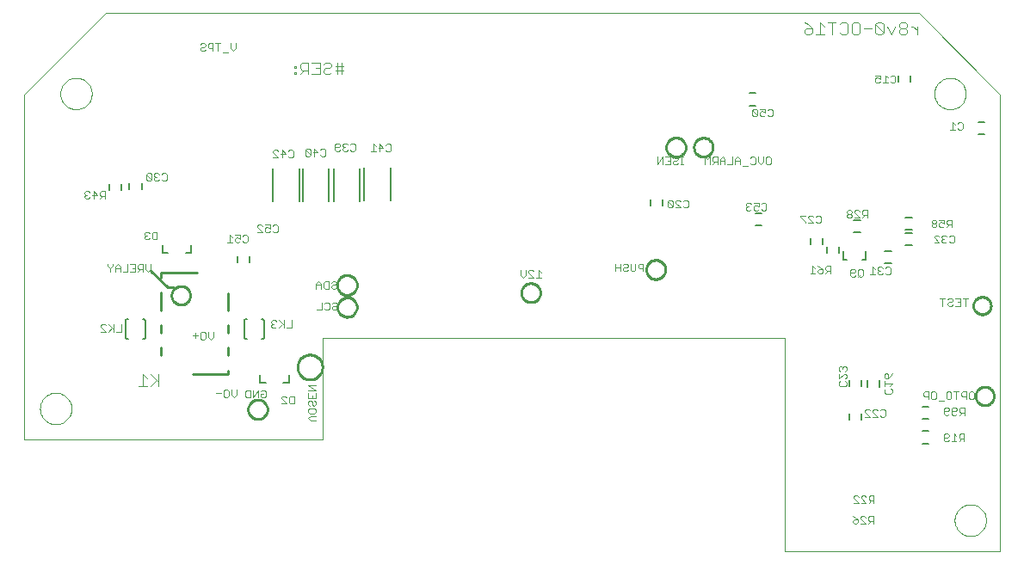
<source format=gbo>
G75*
G70*
%OFA0B0*%
%FSLAX24Y24*%
%IPPOS*%
%LPD*%
%AMOC8*
5,1,8,0,0,1.08239X$1,22.5*
%
%ADD10C,0.0000*%
%ADD11C,0.0040*%
%ADD12C,0.0030*%
%ADD13C,0.0100*%
%ADD14C,0.0060*%
%ADD15C,0.0080*%
D10*
X000180Y005173D02*
X011735Y005173D01*
X011735Y009110D01*
X029633Y009110D01*
X029633Y000843D01*
X037975Y000843D01*
X037975Y018559D01*
X034827Y021708D01*
X003329Y021708D01*
X000180Y018559D01*
X000180Y005173D01*
X000783Y006386D02*
X000785Y006435D01*
X000791Y006484D01*
X000801Y006532D01*
X000814Y006579D01*
X000832Y006625D01*
X000853Y006669D01*
X000877Y006712D01*
X000905Y006752D01*
X000936Y006791D01*
X000970Y006826D01*
X001007Y006859D01*
X001046Y006888D01*
X001088Y006914D01*
X001131Y006937D01*
X001177Y006956D01*
X001223Y006972D01*
X001271Y006984D01*
X001319Y006992D01*
X001368Y006996D01*
X001418Y006996D01*
X001467Y006992D01*
X001515Y006984D01*
X001563Y006972D01*
X001609Y006956D01*
X001655Y006937D01*
X001698Y006914D01*
X001740Y006888D01*
X001779Y006859D01*
X001816Y006826D01*
X001850Y006791D01*
X001881Y006752D01*
X001909Y006712D01*
X001933Y006669D01*
X001954Y006625D01*
X001972Y006579D01*
X001985Y006532D01*
X001995Y006484D01*
X002001Y006435D01*
X002003Y006386D01*
X002001Y006337D01*
X001995Y006288D01*
X001985Y006240D01*
X001972Y006193D01*
X001954Y006147D01*
X001933Y006103D01*
X001909Y006060D01*
X001881Y006020D01*
X001850Y005981D01*
X001816Y005946D01*
X001779Y005913D01*
X001740Y005884D01*
X001698Y005858D01*
X001655Y005835D01*
X001609Y005816D01*
X001563Y005800D01*
X001515Y005788D01*
X001467Y005780D01*
X001418Y005776D01*
X001368Y005776D01*
X001319Y005780D01*
X001271Y005788D01*
X001223Y005800D01*
X001177Y005816D01*
X001131Y005835D01*
X001088Y005858D01*
X001046Y005884D01*
X001007Y005913D01*
X000970Y005946D01*
X000936Y005981D01*
X000905Y006020D01*
X000877Y006060D01*
X000853Y006103D01*
X000832Y006147D01*
X000814Y006193D01*
X000801Y006240D01*
X000791Y006288D01*
X000785Y006337D01*
X000783Y006386D01*
X001570Y018591D02*
X001572Y018640D01*
X001578Y018689D01*
X001588Y018737D01*
X001601Y018784D01*
X001619Y018830D01*
X001640Y018874D01*
X001664Y018917D01*
X001692Y018957D01*
X001723Y018996D01*
X001757Y019031D01*
X001794Y019064D01*
X001833Y019093D01*
X001875Y019119D01*
X001918Y019142D01*
X001964Y019161D01*
X002010Y019177D01*
X002058Y019189D01*
X002106Y019197D01*
X002155Y019201D01*
X002205Y019201D01*
X002254Y019197D01*
X002302Y019189D01*
X002350Y019177D01*
X002396Y019161D01*
X002442Y019142D01*
X002485Y019119D01*
X002527Y019093D01*
X002566Y019064D01*
X002603Y019031D01*
X002637Y018996D01*
X002668Y018957D01*
X002696Y018917D01*
X002720Y018874D01*
X002741Y018830D01*
X002759Y018784D01*
X002772Y018737D01*
X002782Y018689D01*
X002788Y018640D01*
X002790Y018591D01*
X002788Y018542D01*
X002782Y018493D01*
X002772Y018445D01*
X002759Y018398D01*
X002741Y018352D01*
X002720Y018308D01*
X002696Y018265D01*
X002668Y018225D01*
X002637Y018186D01*
X002603Y018151D01*
X002566Y018118D01*
X002527Y018089D01*
X002485Y018063D01*
X002442Y018040D01*
X002396Y018021D01*
X002350Y018005D01*
X002302Y017993D01*
X002254Y017985D01*
X002205Y017981D01*
X002155Y017981D01*
X002106Y017985D01*
X002058Y017993D01*
X002010Y018005D01*
X001964Y018021D01*
X001918Y018040D01*
X001875Y018063D01*
X001833Y018089D01*
X001794Y018118D01*
X001757Y018151D01*
X001723Y018186D01*
X001692Y018225D01*
X001664Y018265D01*
X001640Y018308D01*
X001619Y018352D01*
X001601Y018398D01*
X001588Y018445D01*
X001578Y018493D01*
X001572Y018542D01*
X001570Y018591D01*
X035428Y018591D02*
X035430Y018640D01*
X035436Y018689D01*
X035446Y018737D01*
X035459Y018784D01*
X035477Y018830D01*
X035498Y018874D01*
X035522Y018917D01*
X035550Y018957D01*
X035581Y018996D01*
X035615Y019031D01*
X035652Y019064D01*
X035691Y019093D01*
X035733Y019119D01*
X035776Y019142D01*
X035822Y019161D01*
X035868Y019177D01*
X035916Y019189D01*
X035964Y019197D01*
X036013Y019201D01*
X036063Y019201D01*
X036112Y019197D01*
X036160Y019189D01*
X036208Y019177D01*
X036254Y019161D01*
X036300Y019142D01*
X036343Y019119D01*
X036385Y019093D01*
X036424Y019064D01*
X036461Y019031D01*
X036495Y018996D01*
X036526Y018957D01*
X036554Y018917D01*
X036578Y018874D01*
X036599Y018830D01*
X036617Y018784D01*
X036630Y018737D01*
X036640Y018689D01*
X036646Y018640D01*
X036648Y018591D01*
X036646Y018542D01*
X036640Y018493D01*
X036630Y018445D01*
X036617Y018398D01*
X036599Y018352D01*
X036578Y018308D01*
X036554Y018265D01*
X036526Y018225D01*
X036495Y018186D01*
X036461Y018151D01*
X036424Y018118D01*
X036385Y018089D01*
X036343Y018063D01*
X036300Y018040D01*
X036254Y018021D01*
X036208Y018005D01*
X036160Y017993D01*
X036112Y017985D01*
X036063Y017981D01*
X036013Y017981D01*
X035964Y017985D01*
X035916Y017993D01*
X035868Y018005D01*
X035822Y018021D01*
X035776Y018040D01*
X035733Y018063D01*
X035691Y018089D01*
X035652Y018118D01*
X035615Y018151D01*
X035581Y018186D01*
X035550Y018225D01*
X035522Y018265D01*
X035498Y018308D01*
X035477Y018352D01*
X035459Y018398D01*
X035446Y018445D01*
X035436Y018493D01*
X035430Y018542D01*
X035428Y018591D01*
X036216Y002055D02*
X036218Y002104D01*
X036224Y002153D01*
X036234Y002201D01*
X036247Y002248D01*
X036265Y002294D01*
X036286Y002338D01*
X036310Y002381D01*
X036338Y002421D01*
X036369Y002460D01*
X036403Y002495D01*
X036440Y002528D01*
X036479Y002557D01*
X036521Y002583D01*
X036564Y002606D01*
X036610Y002625D01*
X036656Y002641D01*
X036704Y002653D01*
X036752Y002661D01*
X036801Y002665D01*
X036851Y002665D01*
X036900Y002661D01*
X036948Y002653D01*
X036996Y002641D01*
X037042Y002625D01*
X037088Y002606D01*
X037131Y002583D01*
X037173Y002557D01*
X037212Y002528D01*
X037249Y002495D01*
X037283Y002460D01*
X037314Y002421D01*
X037342Y002381D01*
X037366Y002338D01*
X037387Y002294D01*
X037405Y002248D01*
X037418Y002201D01*
X037428Y002153D01*
X037434Y002104D01*
X037436Y002055D01*
X037434Y002006D01*
X037428Y001957D01*
X037418Y001909D01*
X037405Y001862D01*
X037387Y001816D01*
X037366Y001772D01*
X037342Y001729D01*
X037314Y001689D01*
X037283Y001650D01*
X037249Y001615D01*
X037212Y001582D01*
X037173Y001553D01*
X037131Y001527D01*
X037088Y001504D01*
X037042Y001485D01*
X036996Y001469D01*
X036948Y001457D01*
X036900Y001449D01*
X036851Y001445D01*
X036801Y001445D01*
X036752Y001449D01*
X036704Y001457D01*
X036656Y001469D01*
X036610Y001485D01*
X036564Y001504D01*
X036521Y001527D01*
X036479Y001553D01*
X036440Y001582D01*
X036403Y001615D01*
X036369Y001650D01*
X036338Y001689D01*
X036310Y001729D01*
X036286Y001772D01*
X036265Y001816D01*
X036247Y001862D01*
X036234Y001909D01*
X036224Y001957D01*
X036218Y002006D01*
X036216Y002055D01*
D11*
X012463Y019343D02*
X012463Y019804D01*
X012310Y019804D02*
X012310Y019343D01*
X012233Y019497D02*
X012540Y019497D01*
X012540Y019650D02*
X012310Y019650D01*
X012233Y019650D01*
X012080Y019650D02*
X012080Y019727D01*
X012003Y019804D01*
X011849Y019804D01*
X011773Y019727D01*
X011849Y019574D02*
X011773Y019497D01*
X011773Y019420D01*
X011849Y019343D01*
X012003Y019343D01*
X012080Y019420D01*
X012003Y019574D02*
X011849Y019574D01*
X012003Y019574D02*
X012080Y019650D01*
X011619Y019574D02*
X011466Y019574D01*
X011312Y019804D02*
X011619Y019804D01*
X011619Y019343D01*
X011312Y019343D01*
X011159Y019343D02*
X011159Y019804D01*
X010929Y019804D01*
X010852Y019727D01*
X010852Y019574D01*
X010929Y019497D01*
X011159Y019497D01*
X011005Y019497D02*
X010852Y019343D01*
X010698Y019343D02*
X010698Y019420D01*
X010622Y019420D01*
X010622Y019343D01*
X010698Y019343D01*
X010698Y019574D02*
X010622Y019574D01*
X010622Y019650D01*
X010698Y019650D01*
X010698Y019574D01*
X030386Y020970D02*
X030386Y021047D01*
X030463Y021124D01*
X030693Y021124D01*
X030693Y020970D01*
X030616Y020893D01*
X030463Y020893D01*
X030386Y020970D01*
X030540Y021277D02*
X030693Y021124D01*
X030540Y021277D02*
X030386Y021354D01*
X031000Y021354D02*
X031000Y020893D01*
X030847Y020893D02*
X031154Y020893D01*
X031461Y020893D02*
X031461Y021354D01*
X031614Y021354D02*
X031307Y021354D01*
X031154Y021200D02*
X031000Y021354D01*
X031767Y021277D02*
X031844Y021354D01*
X031998Y021354D01*
X032074Y021277D01*
X032074Y020970D01*
X031998Y020893D01*
X031844Y020893D01*
X031767Y020970D01*
X032228Y020970D02*
X032228Y021277D01*
X032305Y021354D01*
X032458Y021354D01*
X032535Y021277D01*
X032535Y020970D01*
X032458Y020893D01*
X032305Y020893D01*
X032228Y020970D01*
X032688Y021124D02*
X032995Y021124D01*
X033149Y021277D02*
X033149Y020970D01*
X033225Y020893D01*
X033379Y020893D01*
X033456Y020970D01*
X033149Y021277D01*
X033225Y021354D01*
X033379Y021354D01*
X033456Y021277D01*
X033456Y020970D01*
X033609Y021200D02*
X033762Y020893D01*
X033916Y021200D01*
X034069Y021200D02*
X034069Y021277D01*
X034146Y021354D01*
X034300Y021354D01*
X034376Y021277D01*
X034376Y021200D01*
X034300Y021124D01*
X034146Y021124D01*
X034069Y021047D01*
X034069Y020970D01*
X034146Y020893D01*
X034300Y020893D01*
X034376Y020970D01*
X034376Y021047D01*
X034300Y021124D01*
X034146Y021124D02*
X034069Y021200D01*
X034530Y021200D02*
X034607Y021200D01*
X034760Y021047D01*
X034760Y021200D02*
X034760Y020893D01*
X005381Y007724D02*
X005381Y007263D01*
X005381Y007417D02*
X005074Y007724D01*
X004920Y007570D02*
X004767Y007724D01*
X004767Y007263D01*
X004920Y007263D02*
X004613Y007263D01*
X005074Y007263D02*
X005304Y007494D01*
D12*
X007602Y006974D02*
X007796Y006974D01*
X007897Y007070D02*
X007897Y006877D01*
X007945Y006828D01*
X008042Y006828D01*
X008090Y006877D01*
X008090Y007070D01*
X008042Y007119D01*
X007945Y007119D01*
X007897Y007070D01*
X008192Y007119D02*
X008192Y006925D01*
X008288Y006828D01*
X008385Y006925D01*
X008385Y007119D01*
X008742Y007050D02*
X008742Y006857D01*
X008791Y006808D01*
X008936Y006808D01*
X008936Y007099D01*
X008791Y007099D01*
X008742Y007050D01*
X009037Y007099D02*
X009037Y006808D01*
X009230Y007099D01*
X009230Y006808D01*
X009332Y006857D02*
X009332Y006954D01*
X009428Y006954D01*
X009332Y007050D02*
X009380Y007099D01*
X009477Y007099D01*
X009525Y007050D01*
X009525Y006857D01*
X009477Y006808D01*
X009380Y006808D01*
X009332Y006857D01*
X010131Y006821D02*
X010131Y006772D01*
X010325Y006579D01*
X010131Y006579D01*
X010131Y006821D02*
X010179Y006869D01*
X010276Y006869D01*
X010325Y006821D01*
X010426Y006821D02*
X010474Y006869D01*
X010619Y006869D01*
X010619Y006579D01*
X010474Y006579D01*
X010426Y006627D01*
X010426Y006821D01*
X011175Y006792D02*
X011175Y006986D01*
X011175Y007087D02*
X011465Y007087D01*
X011175Y007281D01*
X011465Y007281D01*
X011465Y006986D02*
X011465Y006792D01*
X011175Y006792D01*
X011223Y006691D02*
X011175Y006643D01*
X011175Y006546D01*
X011223Y006498D01*
X011223Y006397D02*
X011417Y006397D01*
X011465Y006348D01*
X011465Y006251D01*
X011417Y006203D01*
X011223Y006203D01*
X011175Y006251D01*
X011175Y006348D01*
X011223Y006397D01*
X011368Y006498D02*
X011320Y006546D01*
X011320Y006643D01*
X011272Y006691D01*
X011223Y006691D01*
X011320Y006792D02*
X011320Y006889D01*
X011417Y006691D02*
X011465Y006643D01*
X011465Y006546D01*
X011417Y006498D01*
X011368Y006498D01*
X011272Y006102D02*
X011465Y006102D01*
X011272Y006102D02*
X011175Y006005D01*
X011272Y005908D01*
X011465Y005908D01*
X007485Y009165D02*
X007388Y009068D01*
X007292Y009165D01*
X007292Y009359D01*
X007190Y009310D02*
X007190Y009117D01*
X007142Y009068D01*
X007045Y009068D01*
X006997Y009117D01*
X006997Y009310D01*
X007045Y009359D01*
X007142Y009359D01*
X007190Y009310D01*
X007485Y009359D02*
X007485Y009165D01*
X006896Y009214D02*
X006702Y009214D01*
X006799Y009310D02*
X006799Y009117D01*
X003924Y009368D02*
X003730Y009368D01*
X003629Y009368D02*
X003629Y009659D01*
X003581Y009514D02*
X003436Y009368D01*
X003335Y009368D02*
X003141Y009562D01*
X003141Y009610D01*
X003190Y009659D01*
X003286Y009659D01*
X003335Y009610D01*
X003436Y009659D02*
X003629Y009465D01*
X003335Y009368D02*
X003141Y009368D01*
X003924Y009368D02*
X003924Y009659D01*
X003886Y011688D02*
X003886Y011882D01*
X003790Y011979D01*
X003693Y011882D01*
X003693Y011688D01*
X003693Y011834D02*
X003886Y011834D01*
X003988Y011688D02*
X004181Y011688D01*
X004181Y011979D01*
X004282Y011979D02*
X004476Y011979D01*
X004476Y011688D01*
X004282Y011688D01*
X004379Y011834D02*
X004476Y011834D01*
X004577Y011834D02*
X004625Y011785D01*
X004770Y011785D01*
X004674Y011785D02*
X004577Y011688D01*
X004577Y011834D02*
X004577Y011930D01*
X004625Y011979D01*
X004770Y011979D01*
X004770Y011688D01*
X004872Y011785D02*
X004872Y011979D01*
X005065Y011979D02*
X005065Y011785D01*
X004968Y011688D01*
X004872Y011785D01*
X003592Y011930D02*
X003495Y011834D01*
X003495Y011688D01*
X003495Y011834D02*
X003398Y011930D01*
X003398Y011979D01*
X003592Y011979D02*
X003592Y011930D01*
X004827Y012987D02*
X004875Y012938D01*
X004972Y012938D01*
X005020Y012987D01*
X005122Y012987D02*
X005122Y013180D01*
X005170Y013229D01*
X005315Y013229D01*
X005315Y012938D01*
X005170Y012938D01*
X005122Y012987D01*
X005020Y013180D02*
X004972Y013229D01*
X004875Y013229D01*
X004827Y013180D01*
X004827Y013132D01*
X004875Y013084D01*
X004827Y013035D01*
X004827Y012987D01*
X004875Y013084D02*
X004924Y013084D01*
X003300Y014523D02*
X003300Y014814D01*
X003155Y014814D01*
X003107Y014765D01*
X003107Y014669D01*
X003155Y014620D01*
X003300Y014620D01*
X003203Y014620D02*
X003107Y014523D01*
X003005Y014669D02*
X002860Y014814D01*
X002860Y014523D01*
X002812Y014669D02*
X003005Y014669D01*
X002711Y014765D02*
X002662Y014814D01*
X002566Y014814D01*
X002517Y014765D01*
X002517Y014717D01*
X002566Y014669D01*
X002517Y014620D01*
X002517Y014572D01*
X002566Y014523D01*
X002662Y014523D01*
X002711Y014572D01*
X002614Y014669D02*
X002566Y014669D01*
X004907Y015267D02*
X004956Y015218D01*
X005052Y015218D01*
X005101Y015267D01*
X004907Y015460D01*
X004907Y015267D01*
X004907Y015460D02*
X004956Y015509D01*
X005052Y015509D01*
X005101Y015460D01*
X005101Y015267D01*
X005202Y015267D02*
X005250Y015218D01*
X005347Y015218D01*
X005395Y015267D01*
X005497Y015267D02*
X005545Y015218D01*
X005642Y015218D01*
X005690Y015267D01*
X005690Y015460D01*
X005642Y015509D01*
X005545Y015509D01*
X005497Y015460D01*
X005395Y015460D02*
X005347Y015509D01*
X005250Y015509D01*
X005202Y015460D01*
X005202Y015412D01*
X005250Y015364D01*
X005202Y015315D01*
X005202Y015267D01*
X005250Y015364D02*
X005299Y015364D01*
X008139Y013114D02*
X008139Y012823D01*
X008236Y012823D02*
X008042Y012823D01*
X008236Y013017D02*
X008139Y013114D01*
X008337Y013114D02*
X008530Y013114D01*
X008530Y012969D01*
X008434Y013017D01*
X008385Y013017D01*
X008337Y012969D01*
X008337Y012872D01*
X008385Y012823D01*
X008482Y012823D01*
X008530Y012872D01*
X008632Y012872D02*
X008680Y012823D01*
X008777Y012823D01*
X008825Y012872D01*
X008825Y013065D01*
X008777Y013114D01*
X008680Y013114D01*
X008632Y013065D01*
X009202Y013218D02*
X009396Y013218D01*
X009202Y013412D01*
X009202Y013460D01*
X009251Y013509D01*
X009347Y013509D01*
X009396Y013460D01*
X009497Y013509D02*
X009690Y013509D01*
X009690Y013364D01*
X009594Y013412D01*
X009545Y013412D01*
X009497Y013364D01*
X009497Y013267D01*
X009545Y013218D01*
X009642Y013218D01*
X009690Y013267D01*
X009792Y013267D02*
X009840Y013218D01*
X009937Y013218D01*
X009985Y013267D01*
X009985Y013460D01*
X009937Y013509D01*
X009840Y013509D01*
X009792Y013460D01*
X011579Y011319D02*
X011482Y011222D01*
X011482Y011028D01*
X011482Y011174D02*
X011676Y011174D01*
X011676Y011222D02*
X011579Y011319D01*
X011676Y011222D02*
X011676Y011028D01*
X011777Y011077D02*
X011777Y011270D01*
X011825Y011319D01*
X011970Y011319D01*
X011970Y011028D01*
X011825Y011028D01*
X011777Y011077D01*
X012072Y011077D02*
X012120Y011028D01*
X012217Y011028D01*
X012265Y011077D01*
X012217Y011174D02*
X012120Y011174D01*
X012072Y011125D01*
X012072Y011077D01*
X012217Y011174D02*
X012265Y011222D01*
X012265Y011270D01*
X012217Y011319D01*
X012120Y011319D01*
X012072Y011270D01*
X012140Y010499D02*
X012237Y010499D01*
X012285Y010450D01*
X012285Y010402D01*
X012237Y010354D01*
X012140Y010354D01*
X012092Y010305D01*
X012092Y010257D01*
X012140Y010208D01*
X012237Y010208D01*
X012285Y010257D01*
X012092Y010450D02*
X012140Y010499D01*
X011990Y010450D02*
X011990Y010257D01*
X011942Y010208D01*
X011845Y010208D01*
X011797Y010257D01*
X011696Y010208D02*
X011502Y010208D01*
X011696Y010208D02*
X011696Y010499D01*
X011797Y010450D02*
X011845Y010499D01*
X011942Y010499D01*
X011990Y010450D01*
X010524Y009809D02*
X010524Y009518D01*
X010330Y009518D01*
X010229Y009518D02*
X010229Y009809D01*
X010181Y009664D02*
X010036Y009518D01*
X009935Y009567D02*
X009886Y009518D01*
X009790Y009518D01*
X009741Y009567D01*
X009741Y009615D01*
X009790Y009664D01*
X009838Y009664D01*
X009790Y009664D02*
X009741Y009712D01*
X009741Y009760D01*
X009790Y009809D01*
X009886Y009809D01*
X009935Y009760D01*
X010036Y009809D02*
X010229Y009615D01*
X019402Y011565D02*
X019402Y011759D01*
X019596Y011759D02*
X019596Y011565D01*
X019499Y011468D01*
X019402Y011565D01*
X019697Y011468D02*
X019890Y011468D01*
X019697Y011662D01*
X019697Y011710D01*
X019745Y011759D01*
X019842Y011759D01*
X019890Y011710D01*
X020088Y011759D02*
X020088Y011468D01*
X019992Y011468D02*
X020185Y011468D01*
X020185Y011662D02*
X020088Y011759D01*
X023068Y011708D02*
X023068Y011999D01*
X023068Y011854D02*
X023261Y011854D01*
X023362Y011805D02*
X023362Y011757D01*
X023411Y011708D01*
X023507Y011708D01*
X023556Y011757D01*
X023657Y011757D02*
X023657Y011999D01*
X023556Y011950D02*
X023556Y011902D01*
X023507Y011854D01*
X023411Y011854D01*
X023362Y011805D01*
X023261Y011708D02*
X023261Y011999D01*
X023362Y011950D02*
X023411Y011999D01*
X023507Y011999D01*
X023556Y011950D01*
X023657Y011757D02*
X023705Y011708D01*
X023802Y011708D01*
X023850Y011757D01*
X023850Y011999D01*
X023952Y011950D02*
X023952Y011854D01*
X024000Y011805D01*
X024145Y011805D01*
X024145Y011708D02*
X024145Y011999D01*
X024000Y011999D01*
X023952Y011950D01*
X025151Y014173D02*
X025247Y014173D01*
X025296Y014222D01*
X025102Y014415D01*
X025102Y014222D01*
X025151Y014173D01*
X025296Y014222D02*
X025296Y014415D01*
X025247Y014464D01*
X025151Y014464D01*
X025102Y014415D01*
X025397Y014415D02*
X025445Y014464D01*
X025542Y014464D01*
X025590Y014415D01*
X025692Y014415D02*
X025740Y014464D01*
X025837Y014464D01*
X025885Y014415D01*
X025885Y014222D01*
X025837Y014173D01*
X025740Y014173D01*
X025692Y014222D01*
X025590Y014173D02*
X025397Y014367D01*
X025397Y014415D01*
X025397Y014173D02*
X025590Y014173D01*
X028132Y014160D02*
X028132Y014112D01*
X028181Y014063D01*
X028277Y014063D01*
X028326Y014112D01*
X028427Y014112D02*
X028475Y014063D01*
X028572Y014063D01*
X028620Y014112D01*
X028620Y014209D02*
X028524Y014257D01*
X028475Y014257D01*
X028427Y014209D01*
X028427Y014112D01*
X028620Y014209D02*
X028620Y014354D01*
X028427Y014354D01*
X028326Y014305D02*
X028277Y014354D01*
X028181Y014354D01*
X028132Y014305D01*
X028132Y014257D01*
X028181Y014209D01*
X028132Y014160D01*
X028181Y014209D02*
X028229Y014209D01*
X028722Y014305D02*
X028770Y014354D01*
X028867Y014354D01*
X028915Y014305D01*
X028915Y014112D01*
X028867Y014063D01*
X028770Y014063D01*
X028722Y014112D01*
X030247Y013869D02*
X030247Y013820D01*
X030441Y013627D01*
X030441Y013578D01*
X030542Y013578D02*
X030735Y013578D01*
X030542Y013772D01*
X030542Y013820D01*
X030590Y013869D01*
X030687Y013869D01*
X030735Y013820D01*
X030837Y013820D02*
X030885Y013869D01*
X030982Y013869D01*
X031030Y013820D01*
X031030Y013627D01*
X030982Y013578D01*
X030885Y013578D01*
X030837Y013627D01*
X030441Y013869D02*
X030247Y013869D01*
X032037Y013880D02*
X032037Y013832D01*
X032086Y013783D01*
X032182Y013783D01*
X032231Y013832D01*
X032231Y013880D01*
X032182Y013929D01*
X032086Y013929D01*
X032037Y013880D01*
X032086Y013929D02*
X032037Y013977D01*
X032037Y014025D01*
X032086Y014074D01*
X032182Y014074D01*
X032231Y014025D01*
X032231Y013977D01*
X032182Y013929D01*
X032332Y013977D02*
X032332Y014025D01*
X032380Y014074D01*
X032477Y014074D01*
X032525Y014025D01*
X032627Y014025D02*
X032627Y013929D01*
X032675Y013880D01*
X032820Y013880D01*
X032820Y013783D02*
X032820Y014074D01*
X032675Y014074D01*
X032627Y014025D01*
X032723Y013880D02*
X032627Y013783D01*
X032525Y013783D02*
X032332Y013977D01*
X032332Y013783D02*
X032525Y013783D01*
X035321Y013655D02*
X035321Y013607D01*
X035370Y013559D01*
X035466Y013559D01*
X035515Y013607D01*
X035515Y013655D01*
X035466Y013704D01*
X035370Y013704D01*
X035321Y013655D01*
X035370Y013559D02*
X035321Y013510D01*
X035321Y013462D01*
X035370Y013413D01*
X035466Y013413D01*
X035515Y013462D01*
X035515Y013510D01*
X035466Y013559D01*
X035616Y013559D02*
X035664Y013607D01*
X035713Y013607D01*
X035809Y013559D01*
X035809Y013704D01*
X035616Y013704D01*
X035616Y013559D02*
X035616Y013462D01*
X035664Y013413D01*
X035761Y013413D01*
X035809Y013462D01*
X035910Y013413D02*
X036007Y013510D01*
X035959Y013510D02*
X036104Y013510D01*
X036104Y013413D02*
X036104Y013704D01*
X035959Y013704D01*
X035910Y013655D01*
X035910Y013559D01*
X035959Y013510D01*
X035861Y013104D02*
X035764Y013104D01*
X035716Y013055D01*
X035716Y013007D01*
X035764Y012959D01*
X035716Y012910D01*
X035716Y012862D01*
X035764Y012813D01*
X035861Y012813D01*
X035909Y012862D01*
X036010Y012862D02*
X036059Y012813D01*
X036156Y012813D01*
X036204Y012862D01*
X036204Y013055D01*
X036156Y013104D01*
X036059Y013104D01*
X036010Y013055D01*
X035909Y013055D02*
X035861Y013104D01*
X035813Y012959D02*
X035764Y012959D01*
X035615Y013055D02*
X035566Y013104D01*
X035470Y013104D01*
X035421Y013055D01*
X035421Y013007D01*
X035615Y012813D01*
X035421Y012813D01*
X033720Y011825D02*
X033672Y011874D01*
X033575Y011874D01*
X033527Y011825D01*
X033425Y011825D02*
X033377Y011874D01*
X033280Y011874D01*
X033232Y011825D01*
X033232Y011777D01*
X033280Y011729D01*
X033232Y011680D01*
X033232Y011632D01*
X033280Y011583D01*
X033377Y011583D01*
X033425Y011632D01*
X033527Y011632D02*
X033575Y011583D01*
X033672Y011583D01*
X033720Y011632D01*
X033720Y011825D01*
X033329Y011729D02*
X033280Y011729D01*
X033131Y011777D02*
X033034Y011874D01*
X033034Y011583D01*
X033131Y011583D02*
X032937Y011583D01*
X032666Y011547D02*
X032666Y011741D01*
X032618Y011789D01*
X032521Y011789D01*
X032473Y011741D01*
X032473Y011547D01*
X032521Y011499D01*
X032618Y011499D01*
X032666Y011547D01*
X032569Y011596D02*
X032473Y011499D01*
X032372Y011547D02*
X032323Y011499D01*
X032226Y011499D01*
X032178Y011547D01*
X032178Y011741D01*
X032226Y011789D01*
X032323Y011789D01*
X032372Y011741D01*
X032372Y011693D01*
X032323Y011644D01*
X032178Y011644D01*
X031404Y011628D02*
X031404Y011919D01*
X031259Y011919D01*
X031210Y011870D01*
X031210Y011774D01*
X031259Y011725D01*
X031404Y011725D01*
X031307Y011725D02*
X031210Y011628D01*
X031109Y011677D02*
X031061Y011628D01*
X030964Y011628D01*
X030916Y011677D01*
X030916Y011725D01*
X030964Y011774D01*
X031109Y011774D01*
X031109Y011677D01*
X031109Y011774D02*
X031013Y011870D01*
X030916Y011919D01*
X030815Y011822D02*
X030718Y011919D01*
X030718Y011628D01*
X030815Y011628D02*
X030621Y011628D01*
X035648Y010659D02*
X035841Y010659D01*
X035744Y010659D02*
X035744Y010368D01*
X035942Y010417D02*
X035991Y010368D01*
X036087Y010368D01*
X036136Y010417D01*
X036087Y010514D02*
X035991Y010514D01*
X035942Y010465D01*
X035942Y010417D01*
X036087Y010514D02*
X036136Y010562D01*
X036136Y010610D01*
X036087Y010659D01*
X035991Y010659D01*
X035942Y010610D01*
X036237Y010659D02*
X036430Y010659D01*
X036430Y010368D01*
X036237Y010368D01*
X036334Y010514D02*
X036430Y010514D01*
X036532Y010659D02*
X036725Y010659D01*
X036628Y010659D02*
X036628Y010368D01*
X033790Y007747D02*
X033742Y007651D01*
X033645Y007554D01*
X033645Y007699D01*
X033597Y007747D01*
X033548Y007747D01*
X033500Y007699D01*
X033500Y007602D01*
X033548Y007554D01*
X033645Y007554D01*
X033500Y007453D02*
X033500Y007259D01*
X033500Y007356D02*
X033790Y007356D01*
X033693Y007259D01*
X033742Y007158D02*
X033790Y007110D01*
X033790Y007013D01*
X033742Y006965D01*
X033548Y006965D01*
X033500Y007013D01*
X033500Y007110D01*
X033548Y007158D01*
X033477Y006359D02*
X033525Y006310D01*
X033525Y006117D01*
X033477Y006068D01*
X033380Y006068D01*
X033332Y006117D01*
X033230Y006068D02*
X033037Y006262D01*
X033037Y006310D01*
X033085Y006359D01*
X033182Y006359D01*
X033230Y006310D01*
X033332Y006310D02*
X033380Y006359D01*
X033477Y006359D01*
X032936Y006310D02*
X032887Y006359D01*
X032791Y006359D01*
X032742Y006310D01*
X032742Y006262D01*
X032936Y006068D01*
X032742Y006068D01*
X033037Y006068D02*
X033230Y006068D01*
X035004Y006894D02*
X035052Y006845D01*
X035197Y006845D01*
X035197Y006748D02*
X035197Y007039D01*
X035052Y007039D01*
X035004Y006990D01*
X035004Y006894D01*
X035298Y006990D02*
X035347Y007039D01*
X035443Y007039D01*
X035492Y006990D01*
X035492Y006797D01*
X035443Y006748D01*
X035347Y006748D01*
X035298Y006797D01*
X035298Y006990D01*
X035593Y006700D02*
X035786Y006700D01*
X035888Y006797D02*
X035888Y006990D01*
X035936Y007039D01*
X036033Y007039D01*
X036081Y006990D01*
X036081Y006797D01*
X036033Y006748D01*
X035936Y006748D01*
X035888Y006797D01*
X036182Y007039D02*
X036376Y007039D01*
X036279Y007039D02*
X036279Y006748D01*
X036477Y006894D02*
X036525Y006845D01*
X036670Y006845D01*
X036670Y006748D02*
X036670Y007039D01*
X036525Y007039D01*
X036477Y006990D01*
X036477Y006894D01*
X036772Y006990D02*
X036820Y007039D01*
X036917Y007039D01*
X036965Y006990D01*
X036965Y006797D01*
X036917Y006748D01*
X036820Y006748D01*
X036772Y006797D01*
X036772Y006990D01*
X036589Y006424D02*
X036444Y006424D01*
X036395Y006375D01*
X036395Y006279D01*
X036444Y006230D01*
X036589Y006230D01*
X036589Y006133D02*
X036589Y006424D01*
X036492Y006230D02*
X036395Y006133D01*
X036294Y006182D02*
X036246Y006133D01*
X036149Y006133D01*
X036101Y006182D01*
X036101Y006375D01*
X036149Y006424D01*
X036246Y006424D01*
X036294Y006375D01*
X036294Y006327D01*
X036246Y006279D01*
X036101Y006279D01*
X036000Y006327D02*
X035951Y006279D01*
X035806Y006279D01*
X035806Y006375D02*
X035806Y006182D01*
X035855Y006133D01*
X035951Y006133D01*
X036000Y006182D01*
X036000Y006327D02*
X036000Y006375D01*
X035951Y006424D01*
X035855Y006424D01*
X035806Y006375D01*
X035845Y005409D02*
X035941Y005409D01*
X035990Y005360D01*
X035990Y005312D01*
X035941Y005264D01*
X035796Y005264D01*
X035796Y005360D02*
X035845Y005409D01*
X035796Y005360D02*
X035796Y005167D01*
X035845Y005118D01*
X035941Y005118D01*
X035990Y005167D01*
X036091Y005118D02*
X036284Y005118D01*
X036188Y005118D02*
X036188Y005409D01*
X036284Y005312D01*
X036385Y005360D02*
X036385Y005264D01*
X036434Y005215D01*
X036579Y005215D01*
X036579Y005118D02*
X036579Y005409D01*
X036434Y005409D01*
X036385Y005360D01*
X036482Y005215D02*
X036385Y005118D01*
X033079Y003019D02*
X032934Y003019D01*
X032885Y002970D01*
X032885Y002874D01*
X032934Y002825D01*
X033079Y002825D01*
X033079Y002728D02*
X033079Y003019D01*
X032982Y002825D02*
X032885Y002728D01*
X032784Y002728D02*
X032591Y002922D01*
X032591Y002970D01*
X032639Y003019D01*
X032736Y003019D01*
X032784Y002970D01*
X032784Y002728D02*
X032591Y002728D01*
X032490Y002728D02*
X032296Y002922D01*
X032296Y002970D01*
X032345Y003019D01*
X032441Y003019D01*
X032490Y002970D01*
X032490Y002728D02*
X032296Y002728D01*
X032271Y002219D02*
X032368Y002170D01*
X032465Y002074D01*
X032320Y002074D01*
X032271Y002025D01*
X032271Y001977D01*
X032320Y001928D01*
X032416Y001928D01*
X032465Y001977D01*
X032465Y002074D01*
X032566Y002122D02*
X032566Y002170D01*
X032614Y002219D01*
X032711Y002219D01*
X032759Y002170D01*
X032860Y002170D02*
X032909Y002219D01*
X033054Y002219D01*
X033054Y001928D01*
X033054Y002025D02*
X032909Y002025D01*
X032860Y002074D01*
X032860Y002170D01*
X032957Y002025D02*
X032860Y001928D01*
X032759Y001928D02*
X032566Y002122D01*
X032566Y001928D02*
X032759Y001928D01*
X031972Y007245D02*
X031778Y007245D01*
X031730Y007293D01*
X031730Y007390D01*
X031778Y007438D01*
X031730Y007539D02*
X031923Y007733D01*
X031972Y007733D01*
X032020Y007684D01*
X032020Y007588D01*
X031972Y007539D01*
X031972Y007438D02*
X032020Y007390D01*
X032020Y007293D01*
X031972Y007245D01*
X031730Y007539D02*
X031730Y007733D01*
X031778Y007834D02*
X031730Y007882D01*
X031730Y007979D01*
X031778Y008027D01*
X031827Y008027D01*
X031875Y007979D01*
X031875Y007931D01*
X031875Y007979D02*
X031923Y008027D01*
X031972Y008027D01*
X032020Y007979D01*
X032020Y007882D01*
X031972Y007834D01*
X029037Y015848D02*
X028940Y015848D01*
X028892Y015897D01*
X028892Y016090D01*
X028940Y016139D01*
X029037Y016139D01*
X029085Y016090D01*
X029085Y015897D01*
X029037Y015848D01*
X028790Y015945D02*
X028790Y016139D01*
X028597Y016139D02*
X028597Y015945D01*
X028694Y015848D01*
X028790Y015945D01*
X028496Y015897D02*
X028496Y016090D01*
X028447Y016139D01*
X028351Y016139D01*
X028302Y016090D01*
X028302Y015897D02*
X028351Y015848D01*
X028447Y015848D01*
X028496Y015897D01*
X028201Y015800D02*
X028008Y015800D01*
X027906Y015848D02*
X027906Y016042D01*
X027810Y016139D01*
X027713Y016042D01*
X027713Y015848D01*
X027612Y015848D02*
X027418Y015848D01*
X027317Y015848D02*
X027317Y016042D01*
X027220Y016139D01*
X027124Y016042D01*
X027124Y015848D01*
X027022Y015848D02*
X027022Y016139D01*
X026877Y016139D01*
X026829Y016090D01*
X026829Y015994D01*
X026877Y015945D01*
X027022Y015945D01*
X026926Y015945D02*
X026829Y015848D01*
X026728Y015848D02*
X026728Y016139D01*
X026631Y016042D01*
X026534Y016139D01*
X026534Y015848D01*
X027124Y015994D02*
X027317Y015994D01*
X027612Y016139D02*
X027612Y015848D01*
X027713Y015994D02*
X027906Y015994D01*
X025685Y016139D02*
X025588Y016139D01*
X025637Y016139D02*
X025637Y015848D01*
X025685Y015848D02*
X025588Y015848D01*
X025489Y015897D02*
X025440Y015848D01*
X025343Y015848D01*
X025295Y015897D01*
X025295Y015945D01*
X025343Y015994D01*
X025440Y015994D01*
X025489Y016042D01*
X025489Y016090D01*
X025440Y016139D01*
X025343Y016139D01*
X025295Y016090D01*
X025194Y016139D02*
X025194Y015848D01*
X025000Y015848D01*
X024899Y015848D02*
X024899Y016139D01*
X024706Y015848D01*
X024706Y016139D01*
X025000Y016139D02*
X025194Y016139D01*
X025194Y015994D02*
X025097Y015994D01*
X028382Y017762D02*
X028431Y017713D01*
X028527Y017713D01*
X028576Y017762D01*
X028382Y017955D01*
X028382Y017762D01*
X028382Y017955D02*
X028431Y018004D01*
X028527Y018004D01*
X028576Y017955D01*
X028576Y017762D01*
X028677Y017762D02*
X028725Y017713D01*
X028822Y017713D01*
X028870Y017762D01*
X028870Y017859D02*
X028774Y017907D01*
X028725Y017907D01*
X028677Y017859D01*
X028677Y017762D01*
X028870Y017859D02*
X028870Y018004D01*
X028677Y018004D01*
X028972Y017955D02*
X029020Y018004D01*
X029117Y018004D01*
X029165Y017955D01*
X029165Y017762D01*
X029117Y017713D01*
X029020Y017713D01*
X028972Y017762D01*
X033132Y019062D02*
X033181Y019013D01*
X033277Y019013D01*
X033326Y019062D01*
X033326Y019159D02*
X033229Y019207D01*
X033181Y019207D01*
X033132Y019159D01*
X033132Y019062D01*
X033326Y019159D02*
X033326Y019304D01*
X033132Y019304D01*
X033524Y019304D02*
X033524Y019013D01*
X033620Y019013D02*
X033427Y019013D01*
X033620Y019207D02*
X033524Y019304D01*
X033722Y019255D02*
X033770Y019304D01*
X033867Y019304D01*
X033915Y019255D01*
X033915Y019062D01*
X033867Y019013D01*
X033770Y019013D01*
X033722Y019062D01*
X036134Y017484D02*
X036134Y017193D01*
X036230Y017193D02*
X036037Y017193D01*
X036230Y017387D02*
X036134Y017484D01*
X036332Y017435D02*
X036380Y017484D01*
X036477Y017484D01*
X036525Y017435D01*
X036525Y017242D01*
X036477Y017193D01*
X036380Y017193D01*
X036332Y017242D01*
X014375Y016597D02*
X014375Y016404D01*
X014327Y016355D01*
X014230Y016355D01*
X014181Y016404D01*
X014080Y016500D02*
X013887Y016500D01*
X013786Y016549D02*
X013689Y016646D01*
X013689Y016355D01*
X013786Y016355D02*
X013592Y016355D01*
X013935Y016355D02*
X013935Y016646D01*
X014080Y016500D01*
X014181Y016597D02*
X014230Y016646D01*
X014327Y016646D01*
X014375Y016597D01*
X012995Y016612D02*
X012995Y016419D01*
X012947Y016370D01*
X012850Y016370D01*
X012801Y016419D01*
X012700Y016419D02*
X012652Y016370D01*
X012555Y016370D01*
X012507Y016419D01*
X012507Y016467D01*
X012555Y016515D01*
X012604Y016515D01*
X012555Y016515D02*
X012507Y016564D01*
X012507Y016612D01*
X012555Y016661D01*
X012652Y016661D01*
X012700Y016612D01*
X012801Y016612D02*
X012850Y016661D01*
X012947Y016661D01*
X012995Y016612D01*
X012406Y016612D02*
X012406Y016564D01*
X012357Y016515D01*
X012212Y016515D01*
X012212Y016419D02*
X012212Y016612D01*
X012261Y016661D01*
X012357Y016661D01*
X012406Y016612D01*
X012406Y016419D02*
X012357Y016370D01*
X012261Y016370D01*
X012212Y016419D01*
X011845Y016412D02*
X011845Y016219D01*
X011797Y016170D01*
X011700Y016170D01*
X011651Y016219D01*
X011550Y016315D02*
X011357Y016315D01*
X011256Y016219D02*
X011062Y016412D01*
X011062Y016219D01*
X011111Y016170D01*
X011207Y016170D01*
X011256Y016219D01*
X011256Y016412D01*
X011207Y016461D01*
X011111Y016461D01*
X011062Y016412D01*
X011405Y016461D02*
X011405Y016170D01*
X011550Y016315D02*
X011405Y016461D01*
X011651Y016412D02*
X011700Y016461D01*
X011797Y016461D01*
X011845Y016412D01*
X010595Y016362D02*
X010595Y016169D01*
X010547Y016120D01*
X010450Y016120D01*
X010401Y016169D01*
X010300Y016265D02*
X010107Y016265D01*
X010006Y016362D02*
X009957Y016411D01*
X009861Y016411D01*
X009812Y016362D01*
X009812Y016314D01*
X010006Y016120D01*
X009812Y016120D01*
X010155Y016120D02*
X010155Y016411D01*
X010300Y016265D01*
X010401Y016362D02*
X010450Y016411D01*
X010547Y016411D01*
X010595Y016362D01*
X008268Y020248D02*
X008172Y020345D01*
X008172Y020539D01*
X008365Y020539D02*
X008365Y020345D01*
X008268Y020248D01*
X008070Y020200D02*
X007877Y020200D01*
X007679Y020248D02*
X007679Y020539D01*
X007776Y020539D02*
X007582Y020539D01*
X007481Y020539D02*
X007336Y020539D01*
X007288Y020490D01*
X007288Y020394D01*
X007336Y020345D01*
X007481Y020345D01*
X007481Y020248D02*
X007481Y020539D01*
X007186Y020490D02*
X007186Y020442D01*
X007138Y020394D01*
X007041Y020394D01*
X006993Y020345D01*
X006993Y020297D01*
X007041Y020248D01*
X007138Y020248D01*
X007186Y020297D01*
X007186Y020490D02*
X007138Y020539D01*
X007041Y020539D01*
X006993Y020490D01*
D13*
X006859Y011642D02*
X005481Y011642D01*
X005481Y011445D01*
X005720Y011073D02*
X005060Y011733D01*
X005720Y011073D02*
X005960Y011073D01*
X005879Y010773D02*
X005881Y010811D01*
X005887Y010848D01*
X005897Y010885D01*
X005910Y010920D01*
X005927Y010953D01*
X005948Y010985D01*
X005972Y011015D01*
X005998Y011041D01*
X006028Y011065D01*
X006059Y011086D01*
X006093Y011103D01*
X006128Y011116D01*
X006165Y011126D01*
X006202Y011132D01*
X006240Y011134D01*
X006278Y011132D01*
X006315Y011126D01*
X006352Y011116D01*
X006387Y011103D01*
X006420Y011086D01*
X006452Y011065D01*
X006482Y011041D01*
X006508Y011015D01*
X006532Y010985D01*
X006553Y010954D01*
X006570Y010920D01*
X006583Y010885D01*
X006593Y010848D01*
X006599Y010811D01*
X006601Y010773D01*
X006599Y010735D01*
X006593Y010698D01*
X006583Y010661D01*
X006570Y010626D01*
X006553Y010593D01*
X006532Y010561D01*
X006508Y010531D01*
X006482Y010505D01*
X006452Y010481D01*
X006421Y010460D01*
X006387Y010443D01*
X006352Y010430D01*
X006315Y010420D01*
X006278Y010414D01*
X006240Y010412D01*
X006202Y010414D01*
X006165Y010420D01*
X006128Y010430D01*
X006093Y010443D01*
X006060Y010460D01*
X006028Y010481D01*
X005998Y010505D01*
X005972Y010531D01*
X005948Y010561D01*
X005927Y010592D01*
X005910Y010626D01*
X005897Y010661D01*
X005887Y010698D01*
X005881Y010735D01*
X005879Y010773D01*
X005481Y010894D02*
X005481Y010185D01*
X005481Y009634D02*
X005481Y009319D01*
X005481Y008768D02*
X005481Y008453D01*
X006701Y007705D02*
X008079Y007705D01*
X008079Y007862D01*
X008079Y008453D02*
X008079Y008768D01*
X008079Y009319D02*
X008079Y009634D01*
X008079Y010185D02*
X008079Y010855D01*
X012295Y011173D02*
X012297Y011212D01*
X012303Y011250D01*
X012313Y011288D01*
X012326Y011325D01*
X012343Y011360D01*
X012364Y011393D01*
X012388Y011424D01*
X012415Y011452D01*
X012444Y011477D01*
X012476Y011500D01*
X012510Y011519D01*
X012546Y011534D01*
X012583Y011546D01*
X012622Y011554D01*
X012661Y011558D01*
X012699Y011558D01*
X012738Y011554D01*
X012777Y011546D01*
X012814Y011534D01*
X012850Y011519D01*
X012884Y011500D01*
X012916Y011477D01*
X012945Y011452D01*
X012972Y011424D01*
X012996Y011393D01*
X013017Y011360D01*
X013034Y011325D01*
X013047Y011288D01*
X013057Y011250D01*
X013063Y011212D01*
X013065Y011173D01*
X013063Y011134D01*
X013057Y011096D01*
X013047Y011058D01*
X013034Y011021D01*
X013017Y010986D01*
X012996Y010953D01*
X012972Y010922D01*
X012945Y010894D01*
X012916Y010869D01*
X012884Y010846D01*
X012850Y010827D01*
X012814Y010812D01*
X012777Y010800D01*
X012738Y010792D01*
X012699Y010788D01*
X012661Y010788D01*
X012622Y010792D01*
X012583Y010800D01*
X012546Y010812D01*
X012510Y010827D01*
X012476Y010846D01*
X012444Y010869D01*
X012415Y010894D01*
X012388Y010922D01*
X012364Y010953D01*
X012343Y010986D01*
X012326Y011021D01*
X012313Y011058D01*
X012303Y011096D01*
X012297Y011134D01*
X012295Y011173D01*
X012304Y010313D02*
X012306Y010352D01*
X012312Y010390D01*
X012322Y010427D01*
X012335Y010464D01*
X012353Y010498D01*
X012374Y010531D01*
X012398Y010561D01*
X012425Y010589D01*
X012454Y010614D01*
X012486Y010635D01*
X012521Y010654D01*
X012556Y010668D01*
X012594Y010679D01*
X012632Y010686D01*
X012670Y010689D01*
X012709Y010688D01*
X012747Y010683D01*
X012785Y010674D01*
X012822Y010661D01*
X012857Y010645D01*
X012890Y010625D01*
X012921Y010602D01*
X012949Y010575D01*
X012975Y010546D01*
X012997Y010515D01*
X013016Y010481D01*
X013032Y010446D01*
X013044Y010409D01*
X013052Y010371D01*
X013056Y010332D01*
X013056Y010294D01*
X013052Y010255D01*
X013044Y010217D01*
X013032Y010180D01*
X013016Y010145D01*
X012997Y010111D01*
X012975Y010080D01*
X012949Y010051D01*
X012921Y010024D01*
X012890Y010001D01*
X012857Y009981D01*
X012822Y009965D01*
X012785Y009952D01*
X012747Y009943D01*
X012709Y009938D01*
X012670Y009937D01*
X012632Y009940D01*
X012594Y009947D01*
X012556Y009958D01*
X012521Y009972D01*
X012486Y009991D01*
X012454Y010012D01*
X012425Y010037D01*
X012398Y010065D01*
X012374Y010095D01*
X012353Y010128D01*
X012335Y010162D01*
X012322Y010199D01*
X012312Y010236D01*
X012306Y010274D01*
X012304Y010313D01*
X010758Y007993D02*
X010760Y008036D01*
X010766Y008079D01*
X010775Y008121D01*
X010789Y008162D01*
X010806Y008202D01*
X010826Y008240D01*
X010850Y008276D01*
X010877Y008310D01*
X010907Y008341D01*
X010939Y008370D01*
X010974Y008395D01*
X011012Y008417D01*
X011051Y008436D01*
X011091Y008451D01*
X011133Y008463D01*
X011175Y008471D01*
X011218Y008475D01*
X011262Y008475D01*
X011305Y008471D01*
X011347Y008463D01*
X011389Y008451D01*
X011429Y008436D01*
X011468Y008417D01*
X011506Y008395D01*
X011541Y008370D01*
X011573Y008341D01*
X011603Y008310D01*
X011630Y008276D01*
X011654Y008240D01*
X011674Y008202D01*
X011691Y008162D01*
X011705Y008121D01*
X011714Y008079D01*
X011720Y008036D01*
X011722Y007993D01*
X011720Y007950D01*
X011714Y007907D01*
X011705Y007865D01*
X011691Y007824D01*
X011674Y007784D01*
X011654Y007746D01*
X011630Y007710D01*
X011603Y007676D01*
X011573Y007645D01*
X011541Y007616D01*
X011506Y007591D01*
X011468Y007569D01*
X011429Y007550D01*
X011389Y007535D01*
X011347Y007523D01*
X011305Y007515D01*
X011262Y007511D01*
X011218Y007511D01*
X011175Y007515D01*
X011133Y007523D01*
X011091Y007535D01*
X011051Y007550D01*
X011012Y007569D01*
X010974Y007591D01*
X010939Y007616D01*
X010907Y007645D01*
X010877Y007676D01*
X010850Y007710D01*
X010826Y007746D01*
X010806Y007784D01*
X010789Y007824D01*
X010775Y007865D01*
X010766Y007907D01*
X010760Y007950D01*
X010758Y007993D01*
X008843Y006353D02*
X008845Y006391D01*
X008851Y006429D01*
X008860Y006466D01*
X008874Y006502D01*
X008890Y006536D01*
X008911Y006568D01*
X008934Y006599D01*
X008960Y006626D01*
X008989Y006651D01*
X009021Y006673D01*
X009054Y006691D01*
X009089Y006707D01*
X009126Y006718D01*
X009163Y006726D01*
X009201Y006730D01*
X009239Y006730D01*
X009277Y006726D01*
X009314Y006718D01*
X009351Y006707D01*
X009386Y006691D01*
X009419Y006673D01*
X009451Y006651D01*
X009480Y006626D01*
X009506Y006599D01*
X009529Y006568D01*
X009550Y006536D01*
X009566Y006502D01*
X009580Y006466D01*
X009589Y006429D01*
X009595Y006391D01*
X009597Y006353D01*
X009595Y006315D01*
X009589Y006277D01*
X009580Y006240D01*
X009566Y006204D01*
X009550Y006170D01*
X009529Y006138D01*
X009506Y006107D01*
X009480Y006080D01*
X009451Y006055D01*
X009419Y006033D01*
X009386Y006015D01*
X009351Y005999D01*
X009314Y005988D01*
X009277Y005980D01*
X009239Y005976D01*
X009201Y005976D01*
X009163Y005980D01*
X009126Y005988D01*
X009089Y005999D01*
X009054Y006015D01*
X009021Y006033D01*
X008989Y006055D01*
X008960Y006080D01*
X008934Y006107D01*
X008911Y006138D01*
X008890Y006170D01*
X008874Y006204D01*
X008860Y006240D01*
X008851Y006277D01*
X008845Y006315D01*
X008843Y006353D01*
X019432Y010873D02*
X019434Y010911D01*
X019440Y010948D01*
X019449Y010985D01*
X019463Y011020D01*
X019480Y011054D01*
X019500Y011086D01*
X019524Y011116D01*
X019550Y011143D01*
X019579Y011167D01*
X019611Y011188D01*
X019644Y011206D01*
X019679Y011221D01*
X019715Y011231D01*
X019753Y011238D01*
X019791Y011241D01*
X019828Y011240D01*
X019866Y011235D01*
X019903Y011226D01*
X019939Y011214D01*
X019973Y011198D01*
X020005Y011178D01*
X020036Y011156D01*
X020064Y011130D01*
X020089Y011101D01*
X020111Y011071D01*
X020129Y011038D01*
X020144Y011003D01*
X020156Y010967D01*
X020164Y010930D01*
X020168Y010892D01*
X020168Y010854D01*
X020164Y010816D01*
X020156Y010779D01*
X020144Y010743D01*
X020129Y010708D01*
X020111Y010675D01*
X020089Y010645D01*
X020064Y010616D01*
X020036Y010590D01*
X020005Y010568D01*
X019973Y010548D01*
X019939Y010532D01*
X019903Y010520D01*
X019866Y010511D01*
X019828Y010506D01*
X019791Y010505D01*
X019753Y010508D01*
X019715Y010515D01*
X019679Y010525D01*
X019644Y010540D01*
X019611Y010558D01*
X019579Y010579D01*
X019550Y010603D01*
X019524Y010630D01*
X019500Y010660D01*
X019480Y010692D01*
X019463Y010726D01*
X019449Y010761D01*
X019440Y010798D01*
X019434Y010835D01*
X019432Y010873D01*
X024268Y011773D02*
X024270Y011811D01*
X024276Y011849D01*
X024286Y011886D01*
X024299Y011922D01*
X024316Y011956D01*
X024337Y011989D01*
X024361Y012019D01*
X024387Y012046D01*
X024417Y012071D01*
X024448Y012092D01*
X024482Y012110D01*
X024518Y012124D01*
X024555Y012135D01*
X024592Y012142D01*
X024630Y012145D01*
X024669Y012144D01*
X024707Y012139D01*
X024744Y012130D01*
X024780Y012118D01*
X024815Y012101D01*
X024848Y012082D01*
X024878Y012059D01*
X024906Y012033D01*
X024932Y012004D01*
X024954Y011973D01*
X024973Y011939D01*
X024988Y011904D01*
X025000Y011868D01*
X025008Y011830D01*
X025012Y011792D01*
X025012Y011754D01*
X025008Y011716D01*
X025000Y011678D01*
X024988Y011642D01*
X024973Y011607D01*
X024954Y011573D01*
X024932Y011542D01*
X024906Y011513D01*
X024878Y011487D01*
X024848Y011464D01*
X024815Y011445D01*
X024780Y011428D01*
X024744Y011416D01*
X024707Y011407D01*
X024669Y011402D01*
X024630Y011401D01*
X024592Y011404D01*
X024555Y011411D01*
X024518Y011422D01*
X024482Y011436D01*
X024448Y011454D01*
X024417Y011475D01*
X024387Y011500D01*
X024361Y011527D01*
X024337Y011557D01*
X024316Y011590D01*
X024299Y011624D01*
X024286Y011660D01*
X024276Y011697D01*
X024270Y011735D01*
X024268Y011773D01*
X025043Y016513D02*
X025045Y016551D01*
X025051Y016589D01*
X025060Y016626D01*
X025074Y016662D01*
X025090Y016696D01*
X025111Y016728D01*
X025134Y016759D01*
X025160Y016786D01*
X025189Y016811D01*
X025221Y016833D01*
X025254Y016851D01*
X025289Y016867D01*
X025326Y016878D01*
X025363Y016886D01*
X025401Y016890D01*
X025439Y016890D01*
X025477Y016886D01*
X025514Y016878D01*
X025551Y016867D01*
X025586Y016851D01*
X025619Y016833D01*
X025651Y016811D01*
X025680Y016786D01*
X025706Y016759D01*
X025729Y016728D01*
X025750Y016696D01*
X025766Y016662D01*
X025780Y016626D01*
X025789Y016589D01*
X025795Y016551D01*
X025797Y016513D01*
X025795Y016475D01*
X025789Y016437D01*
X025780Y016400D01*
X025766Y016364D01*
X025750Y016330D01*
X025729Y016298D01*
X025706Y016267D01*
X025680Y016240D01*
X025651Y016215D01*
X025619Y016193D01*
X025586Y016175D01*
X025551Y016159D01*
X025514Y016148D01*
X025477Y016140D01*
X025439Y016136D01*
X025401Y016136D01*
X025363Y016140D01*
X025326Y016148D01*
X025289Y016159D01*
X025254Y016175D01*
X025221Y016193D01*
X025189Y016215D01*
X025160Y016240D01*
X025134Y016267D01*
X025111Y016298D01*
X025090Y016330D01*
X025074Y016364D01*
X025060Y016400D01*
X025051Y016437D01*
X025045Y016475D01*
X025043Y016513D01*
X026112Y016513D02*
X026114Y016551D01*
X026120Y016588D01*
X026129Y016625D01*
X026143Y016660D01*
X026160Y016694D01*
X026180Y016726D01*
X026204Y016756D01*
X026230Y016783D01*
X026259Y016807D01*
X026291Y016828D01*
X026324Y016846D01*
X026359Y016861D01*
X026395Y016871D01*
X026433Y016878D01*
X026471Y016881D01*
X026508Y016880D01*
X026546Y016875D01*
X026583Y016866D01*
X026619Y016854D01*
X026653Y016838D01*
X026685Y016818D01*
X026716Y016796D01*
X026744Y016770D01*
X026769Y016741D01*
X026791Y016711D01*
X026809Y016678D01*
X026824Y016643D01*
X026836Y016607D01*
X026844Y016570D01*
X026848Y016532D01*
X026848Y016494D01*
X026844Y016456D01*
X026836Y016419D01*
X026824Y016383D01*
X026809Y016348D01*
X026791Y016315D01*
X026769Y016285D01*
X026744Y016256D01*
X026716Y016230D01*
X026685Y016208D01*
X026653Y016188D01*
X026619Y016172D01*
X026583Y016160D01*
X026546Y016151D01*
X026508Y016146D01*
X026471Y016145D01*
X026433Y016148D01*
X026395Y016155D01*
X026359Y016165D01*
X026324Y016180D01*
X026291Y016198D01*
X026259Y016219D01*
X026230Y016243D01*
X026204Y016270D01*
X026180Y016300D01*
X026160Y016332D01*
X026143Y016366D01*
X026129Y016401D01*
X026120Y016438D01*
X026114Y016475D01*
X026112Y016513D01*
X036941Y010373D02*
X036943Y010410D01*
X036949Y010446D01*
X036959Y010481D01*
X036972Y010515D01*
X036990Y010548D01*
X037010Y010578D01*
X037034Y010606D01*
X037061Y010631D01*
X037090Y010654D01*
X037121Y010673D01*
X037155Y010688D01*
X037189Y010700D01*
X037225Y010708D01*
X037262Y010712D01*
X037298Y010712D01*
X037335Y010708D01*
X037371Y010700D01*
X037405Y010688D01*
X037439Y010673D01*
X037470Y010654D01*
X037499Y010631D01*
X037526Y010606D01*
X037550Y010578D01*
X037570Y010548D01*
X037588Y010515D01*
X037601Y010481D01*
X037611Y010446D01*
X037617Y010410D01*
X037619Y010373D01*
X037617Y010336D01*
X037611Y010300D01*
X037601Y010265D01*
X037588Y010231D01*
X037570Y010198D01*
X037550Y010168D01*
X037526Y010140D01*
X037499Y010115D01*
X037470Y010092D01*
X037439Y010073D01*
X037405Y010058D01*
X037371Y010046D01*
X037335Y010038D01*
X037298Y010034D01*
X037262Y010034D01*
X037225Y010038D01*
X037189Y010046D01*
X037155Y010058D01*
X037121Y010073D01*
X037090Y010092D01*
X037061Y010115D01*
X037034Y010140D01*
X037010Y010168D01*
X036990Y010198D01*
X036972Y010231D01*
X036959Y010265D01*
X036949Y010300D01*
X036943Y010336D01*
X036941Y010373D01*
X037026Y006873D02*
X037028Y006910D01*
X037034Y006947D01*
X037043Y006982D01*
X037057Y007017D01*
X037073Y007050D01*
X037094Y007081D01*
X037117Y007110D01*
X037143Y007136D01*
X037172Y007159D01*
X037203Y007180D01*
X037236Y007196D01*
X037271Y007210D01*
X037306Y007219D01*
X037343Y007225D01*
X037380Y007227D01*
X037417Y007225D01*
X037454Y007219D01*
X037489Y007210D01*
X037524Y007196D01*
X037557Y007180D01*
X037588Y007159D01*
X037617Y007136D01*
X037643Y007110D01*
X037666Y007081D01*
X037687Y007050D01*
X037703Y007017D01*
X037717Y006982D01*
X037726Y006947D01*
X037732Y006910D01*
X037734Y006873D01*
X037732Y006836D01*
X037726Y006799D01*
X037717Y006764D01*
X037703Y006729D01*
X037687Y006696D01*
X037666Y006665D01*
X037643Y006636D01*
X037617Y006610D01*
X037588Y006587D01*
X037557Y006566D01*
X037524Y006550D01*
X037489Y006536D01*
X037454Y006527D01*
X037417Y006521D01*
X037380Y006519D01*
X037343Y006521D01*
X037306Y006527D01*
X037271Y006536D01*
X037236Y006550D01*
X037203Y006566D01*
X037172Y006587D01*
X037143Y006610D01*
X037117Y006636D01*
X037094Y006665D01*
X037073Y006696D01*
X037057Y006729D01*
X037043Y006764D01*
X037034Y006799D01*
X037028Y006836D01*
X037026Y006873D01*
D14*
X035198Y006460D02*
X034962Y006460D01*
X034962Y005987D02*
X035198Y005987D01*
X035188Y005505D02*
X034952Y005505D01*
X034952Y005032D02*
X035188Y005032D01*
X032616Y005955D02*
X032616Y006192D01*
X032144Y006192D02*
X032144Y005955D01*
X032144Y007255D02*
X032144Y007492D01*
X032616Y007492D02*
X032616Y007255D01*
X032844Y007235D02*
X032844Y007472D01*
X033316Y007472D02*
X033316Y007235D01*
X033517Y012007D02*
X033753Y012007D01*
X033753Y012480D02*
X033517Y012480D01*
X034317Y012707D02*
X034553Y012707D01*
X034553Y013180D02*
X034317Y013180D01*
X034317Y013307D02*
X034553Y013307D01*
X034553Y013780D02*
X034317Y013780D01*
X032553Y013680D02*
X032317Y013680D01*
X032317Y013207D02*
X032553Y013207D01*
X031731Y012647D02*
X031731Y012410D01*
X031259Y012410D02*
X031259Y012647D01*
X031101Y012760D02*
X031101Y012997D01*
X030629Y012997D02*
X030629Y012760D01*
X028748Y013487D02*
X028512Y013487D01*
X028512Y013960D02*
X028748Y013960D01*
X024916Y014255D02*
X024916Y014492D01*
X024444Y014492D02*
X024444Y014255D01*
X028262Y018137D02*
X028498Y018137D01*
X028498Y018610D02*
X028262Y018610D01*
X034044Y019055D02*
X034044Y019292D01*
X034516Y019292D02*
X034516Y019055D01*
X037122Y017490D02*
X037358Y017490D01*
X037358Y017017D02*
X037122Y017017D01*
X010425Y007704D02*
X010425Y007384D01*
X010205Y007384D01*
X009525Y007384D02*
X009305Y007384D01*
X009305Y007704D01*
X008916Y012055D02*
X008916Y012292D01*
X008444Y012292D02*
X008444Y012055D01*
X006640Y012413D02*
X006420Y012413D01*
X006640Y012413D02*
X006640Y012733D01*
X005740Y012413D02*
X005520Y012413D01*
X005520Y012733D01*
X004721Y014880D02*
X004721Y015117D01*
X004249Y015117D02*
X004249Y014880D01*
X003946Y014845D02*
X003946Y015082D01*
X003474Y015082D02*
X003474Y014845D01*
D15*
X009803Y014429D02*
X009803Y015688D01*
X010827Y015688D02*
X010827Y014429D01*
X010953Y014429D02*
X010953Y015688D01*
X011977Y015688D02*
X011977Y014429D01*
X012153Y014429D02*
X012153Y015688D01*
X013177Y015688D02*
X013177Y014429D01*
X013338Y014449D02*
X013338Y015708D01*
X014362Y015708D02*
X014362Y014449D01*
X009474Y009788D02*
X009474Y009158D01*
X009473Y009158D02*
X009468Y009142D01*
X009460Y009126D01*
X009450Y009112D01*
X009438Y009100D01*
X009423Y009090D01*
X009407Y009083D01*
X009390Y009079D01*
X009373Y009078D01*
X009355Y009080D01*
X008805Y009080D02*
X008787Y009078D01*
X008770Y009079D01*
X008753Y009083D01*
X008737Y009090D01*
X008722Y009100D01*
X008710Y009112D01*
X008700Y009126D01*
X008692Y009142D01*
X008687Y009158D01*
X008686Y009158D02*
X008686Y009788D01*
X008687Y009789D02*
X008692Y009805D01*
X008700Y009821D01*
X008710Y009835D01*
X008722Y009847D01*
X008737Y009857D01*
X008753Y009864D01*
X008770Y009868D01*
X008787Y009869D01*
X008805Y009867D01*
X009355Y009867D02*
X009373Y009869D01*
X009390Y009868D01*
X009407Y009864D01*
X009423Y009857D01*
X009438Y009847D01*
X009450Y009835D01*
X009460Y009821D01*
X009468Y009805D01*
X009473Y009789D01*
X004874Y009788D02*
X004874Y009158D01*
X004873Y009158D02*
X004868Y009142D01*
X004860Y009126D01*
X004850Y009112D01*
X004838Y009100D01*
X004823Y009090D01*
X004807Y009083D01*
X004790Y009079D01*
X004773Y009078D01*
X004755Y009080D01*
X004205Y009080D02*
X004187Y009078D01*
X004170Y009079D01*
X004153Y009083D01*
X004137Y009090D01*
X004122Y009100D01*
X004110Y009112D01*
X004100Y009126D01*
X004092Y009142D01*
X004087Y009158D01*
X004086Y009158D02*
X004086Y009788D01*
X004087Y009789D02*
X004092Y009805D01*
X004100Y009821D01*
X004110Y009835D01*
X004122Y009847D01*
X004137Y009857D01*
X004153Y009864D01*
X004170Y009868D01*
X004187Y009869D01*
X004205Y009867D01*
X004755Y009867D02*
X004773Y009869D01*
X004790Y009868D01*
X004807Y009864D01*
X004823Y009857D01*
X004838Y009847D01*
X004850Y009835D01*
X004860Y009821D01*
X004868Y009805D01*
X004873Y009789D01*
X031902Y012168D02*
X031902Y012483D01*
X031902Y012168D02*
X032020Y012168D01*
X032650Y012168D02*
X032768Y012168D01*
X032768Y012483D01*
M02*

</source>
